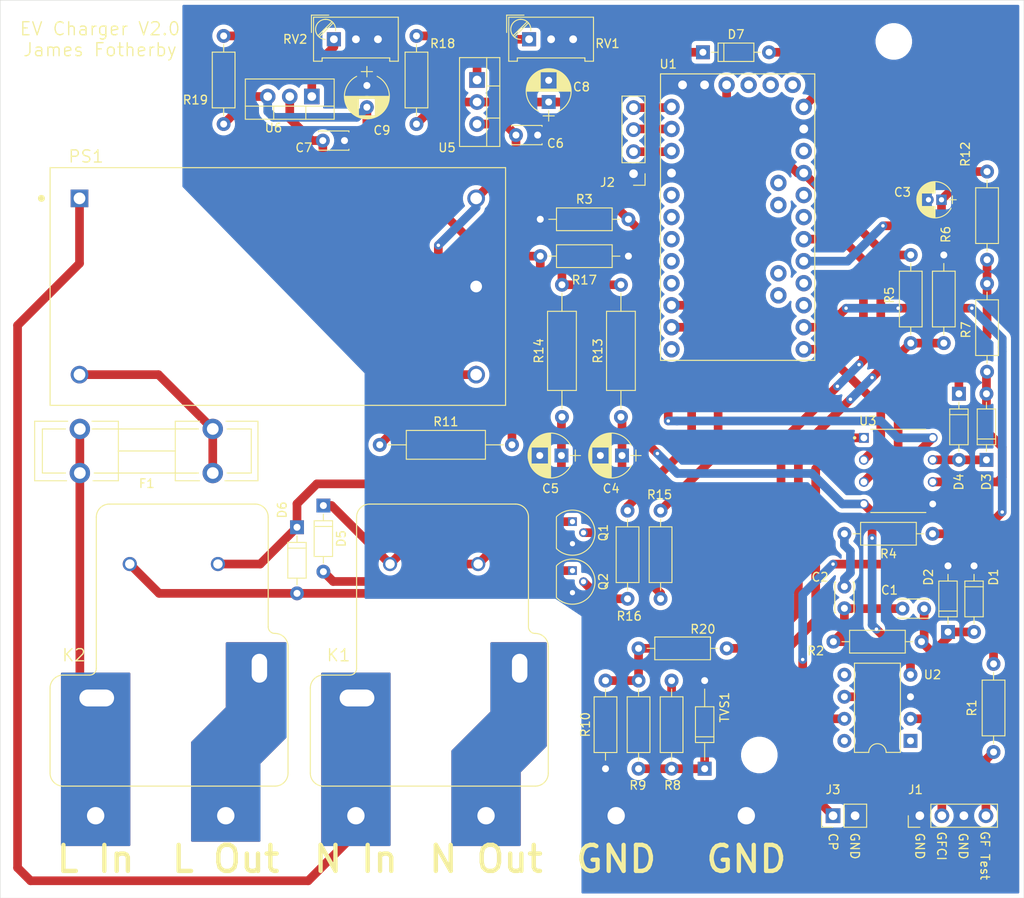
<source format=kicad_pcb>
(kicad_pcb (version 20171130) (host pcbnew "(5.1.10)-1")
  (layers (0 F.Cu signal) (31 B.Cu signal) (34 B.Paste user) (35 F.Paste user) (36 B.SilkS user) (37 F.SilkS user) (38 B.Mask user) (39 F.Mask user) (44 Edge.Cuts user))
  (net 0 "")
  (net 1 "Net-(C1-Pad1)")
  (net 2 "Net-(C1-Pad2)")
  (net 3 "Net-(C2-Pad1)")
  (net 4 Earth)
  (net 5 "Net-(C4-Pad1)")
  (net 6 "Net-(D3-Pad1)")
  (net 7 "Net-(D5-Pad2)")
  (net 8 "Net-(J1-Pad4)")
  (net 9 "Net-(Q1-Pad2)")
  (net 10 "Net-(Q2-Pad2)")
  (net 11 +5V)
  (net 12 "Net-(R5-Pad1)")
  (net 13 "Net-(R8-Pad1)")
  (net 14 +12V)
  (net 15 -12V)
  (net 16 /GFCI)
  (net 17 "Net-(J2-Pad2)")
  (net 18 "Net-(J2-Pad3)")
  (net 19 "Net-(J2-Pad4)")
  (net 20 /GFCI_Test)
  (net 21 "Net-(R18-Pad1)")
  (net 22 /PWM_Read)
  (net 23 /Relay_2_Drive)
  (net 24 /Relay_1_Drive)
  (net 25 /PWM)
  (net 26 "Net-(D3-Pad2)")
  (net 27 "Net-(J3-Pad1)")
  (net 28 /L_In)
  (net 29 /N_In)
  (net 30 /L_Out)
  (net 31 /N_Out)
  (net 32 "Net-(U1-PadJP1_1)")
  (net 33 "Net-(U1-PadJP1_2)")
  (net 34 "Net-(U1-PadJP1_3)")
  (net 35 "Net-(U1-PadJP2_1)")
  (net 36 "Net-(U1-PadJP2_2)")
  (net 37 "Net-(U1-PadJP3_2)")
  (net 38 "Net-(U1-PadJP3_1)")
  (net 39 "Net-(U1-PadJP6_3)")
  (net 40 "Net-(U1-PadJP6_5)")
  (net 41 "Net-(U1-PadJP6_6)")
  (net 42 "Net-(U1-PadJP6_9)")
  (net 43 "Net-(U1-PadJP6_10)")
  (net 44 "Net-(U2-Pad1)")
  (net 45 "Net-(U2-Pad5)")
  (net 46 "Net-(U2-Pad8)")
  (net 47 "Net-(U1-PadJP7_1)")
  (net 48 "Net-(U1-PadJP7_5)")
  (net 49 "Net-(U1-PadJP7_6)")
  (net 50 "Net-(U1-PadJP7_7)")
  (net 51 "Net-(F1-Pad1)")
  (net 52 "Net-(R19-Pad1)")
  (net 53 +15V)
  (net 54 -15V)
  (net 55 "Net-(C5-Pad1)")
  (net 56 "Net-(D6-Pad2)")
  (net 57 "Net-(D4-Pad1)")
  (net 58 "Net-(D7-Pad2)")
  (net 59 "Net-(U1-PadJP7_4)")
  (net 60 "Net-(U1-PadJP7_8)")
  (module Diodes_ThroughHole:D_DO-35_SOD27_P7.62mm_Horizontal (layer F.Cu) (at 203 24)
    (fp_text reference D7 (at 3.81 -2.06) (layer F.SilkS))
    (fp_text value "1N749A 4.3V Zener")
    (pad 1 thru_hole rect (at 0 0) (size 1.6 1.6) (drill 0.8) (layers *.Cu *.Mask) (net 14 +12V))
    (pad 2 thru_hole oval (at 7.62 0) (size 1.6 1.6) (drill 0.8) (layers *.Cu *.Mask) (net 58 "Net-(D7-Pad2)"))
  )
  (module Resistors_ThroughHole:R_Axial_DIN0207_L6.3mm_D2.5mm_P10.16mm_Horizontal (layer F.Cu) (at 235.75 37.75 270)
    (fp_text reference R12 (at -2 2.5 90) (layer F.SilkS))
    (fp_text value 1K)
    (pad 1 thru_hole circle (at 0 0 270) (size 1.6 1.6) (drill 0.8) (layers *.Cu *.Mask) (net 16 /GFCI))
    (pad 2 thru_hole oval (at 10.16 0 270) (size 1.6 1.6) (drill 0.8) (layers *.Cu *.Mask) (net 57 "Net-(D4-Pad1)"))
  )
  (module Resistors_ThroughHole:R_Axial_DIN0309_L9.0mm_D3.2mm_P15.24mm_Horizontal (layer F.Cu) (at 165.75 69.25)
    (fp_text reference R11 (at 7.62 -2.66) (layer F.SilkS))
    (fp_text value 1K)
    (pad 1 thru_hole circle (at 0 0) (size 1.6 1.6) (drill 0.8) (layers *.Cu *.Mask) (net 54 -15V))
    (pad 2 thru_hole oval (at 15.24 0) (size 1.6 1.6) (drill 0.8) (layers *.Cu *.Mask) (net 53 +15V))
  )
  (module T9VV1K15-12S:RELAY_T9VV1K15-12S (layer F.Cu) (at 172.5 95 180)
    (fp_text reference K1 (at 11.5 1.5) (layer F.SilkS) (effects (font (size 1.400906 1.400906))))
    (fp_text value T9VV1K15-12S)
    (pad 3 thru_hole oval (at -9.375 0 180) (size 2.67 5.34) (drill oval 1.78 3.33) (layers *.Cu *.Mask) (net 31 /N_Out))
    (pad 4 thru_hole oval (at 9.375 -3.43 180) (size 5.85 2.925) (drill oval 4 1.95) (layers *.Cu *.Mask) (net 29 /N_In))
    (pad 2 thru_hole circle (at -4.595 12.01 180) (size 1.635 1.635) (drill 1.09) (layers *.Cu *.Mask) (net 7 "Net-(D5-Pad2)"))
    (pad 1 thru_hole circle (at 5.565 12.01 180) (size 1.635 1.635) (drill 1.09) (layers *.Cu *.Mask) (net 5 "Net-(C4-Pad1)"))
  )
  (module Resistors_ThroughHole:R_Axial_DIN0309_L9.0mm_D3.2mm_P15.24mm_Horizontal (layer F.Cu) (at 186.75 66.04 90)
    (fp_text reference R14 (at 7.62 -2.66 90) (layer F.SilkS))
    (fp_text value 68R)
    (pad 1 thru_hole circle (at 0 0 90) (size 1.6 1.6) (drill 0.8) (layers *.Cu *.Mask) (net 55 "Net-(C5-Pad1)"))
    (pad 2 thru_hole oval (at 15.24 0 90) (size 1.6 1.6) (drill 0.8) (layers *.Cu *.Mask) (net 53 +15V))
  )
  (module Resistors_ThroughHole:R_Axial_DIN0309_L9.0mm_D3.2mm_P15.24mm_Horizontal (layer F.Cu) (at 193.548 66.04 90)
    (fp_text reference R13 (at 7.62 -2.66 90) (layer F.SilkS))
    (fp_text value 68R)
    (pad 1 thru_hole circle (at 0 0 90) (size 1.6 1.6) (drill 0.8) (layers *.Cu *.Mask) (net 5 "Net-(C4-Pad1)"))
    (pad 2 thru_hole oval (at 15.24 0 90) (size 1.6 1.6) (drill 0.8) (layers *.Cu *.Mask) (net 53 +15V))
  )
  (module TO_SOT_Packages_THT:TO-92_Molded_Narrow (layer F.Cu) (at 187.96 83.75 270)
    (fp_text reference Q2 (at 1.27 -3.56 90) (layer F.SilkS))
    (fp_text value BC337)
    (pad 2 thru_hole circle (at 1.27 -1.27) (size 1 1) (drill 0.6) (layers *.Cu *.Mask) (net 10 "Net-(Q2-Pad2)"))
    (pad 3 thru_hole circle (at 2.54 0) (size 1 1) (drill 0.6) (layers *.Cu *.Mask) (net 4 Earth))
    (pad 1 thru_hole rect (at 0 0) (size 1 1) (drill 0.6) (layers *.Cu *.Mask) (net 56 "Net-(D6-Pad2)"))
  )
  (module Resistors_ThroughHole:R_Axial_DIN0207_L6.3mm_D2.5mm_P10.16mm_Horizontal (layer F.Cu) (at 184.25 47.5)
    (fp_text reference R17 (at 5.08 2.75) (layer F.SilkS))
    (fp_text value 2.2K)
    (pad 1 thru_hole circle (at 0 0) (size 1.6 1.6) (drill 0.8) (layers *.Cu *.Mask) (net 15 -12V))
    (pad 2 thru_hole oval (at 10.16 0) (size 1.6 1.6) (drill 0.8) (layers *.Cu *.Mask) (net 4 Earth))
  )
  (module Resistors_ThroughHole:R_Axial_DIN0207_L6.3mm_D2.5mm_P10.16mm_Horizontal (layer F.Cu) (at 184.25 43.25)
    (fp_text reference R3 (at 5.08 -2.31) (layer F.SilkS))
    (fp_text value 2.2K)
    (pad 1 thru_hole circle (at 0 0) (size 1.6 1.6) (drill 0.8) (layers *.Cu *.Mask) (net 4 Earth))
    (pad 2 thru_hole oval (at 10.16 0) (size 1.6 1.6) (drill 0.8) (layers *.Cu *.Mask) (net 14 +12V))
  )
  (module Potentiometers:Potentiometer_Trimmer_Bourns_PV36W (layer F.Cu) (at 160.46 22.5)
    (fp_text reference RV2 (at -4.46 0) (layer F.SilkS))
    (fp_text value 5K)
    (pad 1 thru_hole rect (at 0 0 180) (size 1.62 1.62) (drill 0.9) (layers *.Cu *.Mask) (net 52 "Net-(R19-Pad1)"))
    (pad 2 thru_hole circle (at 2.54 0 180) (size 1.62 1.62) (drill 0.9) (layers *.Cu *.Mask) (net 4 Earth))
    (pad 3 thru_hole circle (at 5.08 0 180) (size 1.62 1.62) (drill 0.9) (layers *.Cu *.Mask) (net 4 Earth))
  )
  (module Potentiometers:Potentiometer_Trimmer_Bourns_PV36W (layer F.Cu) (at 182.96 22.5)
    (fp_text reference RV1 (at 9.04 0.5) (layer F.SilkS))
    (fp_text value 5K)
    (pad 1 thru_hole rect (at 0 0 180) (size 1.62 1.62) (drill 0.9) (layers *.Cu *.Mask) (net 21 "Net-(R18-Pad1)"))
    (pad 2 thru_hole circle (at 2.54 0 180) (size 1.62 1.62) (drill 0.9) (layers *.Cu *.Mask) (net 4 Earth))
    (pad 3 thru_hole circle (at 5.08 0 180) (size 1.62 1.62) (drill 0.9) (layers *.Cu *.Mask) (net 4 Earth))
  )
  (module Fuse_Holders_and_Fuses:Fuseholder5x20_horiz_open_lateral_Type-II (layer F.Cu) (at 146.5 72.5 180)
    (fp_text reference F1 (at 7.61 -1.21) (layer F.SilkS))
    (fp_text value Fuse)
    (pad 2 thru_hole circle (at 15.32 0 180) (size 2.35 2.35) (drill 1.35) (layers *.Cu *.Mask) (net 28 /L_In))
    (pad 2 thru_hole circle (at 15.32 5.08 180) (size 2.35 2.35) (drill 1.35) (layers *.Cu *.Mask) (net 28 /L_In))
    (pad 1 thru_hole circle (at 0 0 180) (size 2.35 2.35) (drill 1.35) (layers *.Cu *.Mask) (net 51 "Net-(F1-Pad1)"))
    (pad 1 thru_hole circle (at 0 5.08 180) (size 2.35 2.35) (drill 1.35) (layers *.Cu *.Mask) (net 51 "Net-(F1-Pad1)"))
  )
  (module LM358AP:DIP794W45P254L959H508Q8 (layer F.Cu) (at 225.52 72.255)
    (fp_text reference U3 (at -3.52 -5.755) (layer F.SilkS))
    (fp_text value LM358)
    (pad 8 thru_hole circle (at 3.97 -3.81) (size 1.13 1.13) (drill 0.78) (layers *.Cu *.Mask) (net 14 +12V))
    (pad 7 thru_hole circle (at 3.97 -1.27) (size 1.13 1.13) (drill 0.78) (layers *.Cu *.Mask) (net 6 "Net-(D3-Pad1)"))
    (pad 6 thru_hole circle (at 3.97 1.27) (size 1.13 1.13) (drill 0.78) (layers *.Cu *.Mask) (net 26 "Net-(D3-Pad2)"))
    (pad 5 thru_hole circle (at 3.97 3.81) (size 1.13 1.13) (drill 0.78) (layers *.Cu *.Mask) (net 4 Earth))
    (pad 4 thru_hole circle (at -3.97 3.81) (size 1.13 1.13) (drill 0.78) (layers *.Cu *.Mask) (net 15 -12V))
    (pad 3 thru_hole circle (at -3.97 1.27) (size 1.13 1.13) (drill 0.78) (layers *.Cu *.Mask) (net 12 "Net-(R5-Pad1)"))
    (pad 2 thru_hole circle (at -3.97 -1.27) (size 1.13 1.13) (drill 0.78) (layers *.Cu *.Mask) (net 25 /PWM))
    (pad 1 thru_hole rect (at -3.97 -3.81) (size 1.13 1.13) (drill 0.78) (layers *.Cu *.Mask) (net 13 "Net-(R8-Pad1)"))
  )
  (module Mounting_Holes:MountingHole_3.2mm_M3_ISO7380 (layer F.Cu) (at 137 33)
    (fp_text reference REF** hide)
    (fp_text value MountingHole_3.2mm_M3_ISO7380)
    (pad 1 np_thru_hole circle (at 0 0) (size 3.2 3.2) (drill 3.2) (layers *.Cu *.Mask))
  )
  (module Mounting_Holes:MountingHole_3.2mm_M3_ISO7380 (layer F.Cu) (at 225 22.75)
    (fp_text reference REF** hide)
    (fp_text value MountingHole_3.2mm_M3_ISO7380)
    (pad 1 np_thru_hole circle (at 0 0) (size 3.2 3.2) (drill 3.2) (layers *.Cu *.Mask))
  )
  (module Mounting_Holes:MountingHole_3.2mm_M3_ISO7380 (layer F.Cu) (at 209.5 105)
    (fp_text reference REF** hide)
    (fp_text value MountingHole_3.2mm_M3_ISO7380)
    (pad 1 np_thru_hole circle (at 0 0) (size 3.2 3.2) (drill 3.2) (layers *.Cu *.Mask))
  )
  (module Socket_Strips:Socket_Strip_Straight_1x02_Pitch2.54mm (layer F.Cu) (at 218 112 90)
    (fp_text reference J3 (at 3 0 180) (layer F.SilkS))
    (fp_text value Screw_Terminal_01x02)
    (pad 2 thru_hole oval (at 0 2.54 90) (size 1.7 1.7) (drill 1) (layers *.Cu *.Mask) (net 4 Earth))
    (pad 1 thru_hole rect (at 0 0 90) (size 1.7 1.7) (drill 1) (layers *.Cu *.Mask) (net 27 "Net-(J3-Pad1)"))
  )
  (module Wire_Pads:SolderWirePad_single_2mmDrill (layer F.Cu) (at 208 112)
    (fp_text reference GND (at 0 5) (layer F.SilkS) (effects (font (size 3 3) (thickness 0.5))))
    (fp_text value SolderWirePad_single_2mmDrill)
    (pad 1 thru_hole circle (at 0 0) (size 4.50088 4.50088) (drill 1.99898) (layers *.Cu *.Mask) (net 4 Earth))
  )
  (module Wire_Pads:SolderWirePad_single_2mmDrill (layer F.Cu) (at 193 112)
    (fp_text reference GND (at 0 5) (layer F.SilkS) (effects (font (size 3 3) (thickness 0.5))))
    (fp_text value SolderWirePad_single_2mmDrill)
    (pad 1 thru_hole circle (at 0 0) (size 4.50088 4.50088) (drill 1.99898) (layers *.Cu *.Mask) (net 4 Earth))
  )
  (module Wire_Pads:SolderWirePad_single_2mmDrill (layer F.Cu) (at 178 112)
    (fp_text reference "N Out" (at 0 5) (layer F.SilkS) (effects (font (size 3 3) (thickness 0.5))))
    (fp_text value SolderWirePad_single_2mmDrill)
    (pad 1 thru_hole circle (at 0 0) (size 4.50088 4.50088) (drill 1.99898) (layers *.Cu *.Mask) (net 31 /N_Out))
  )
  (module Wire_Pads:SolderWirePad_single_2mmDrill (layer F.Cu) (at 163 112)
    (fp_text reference "N In" (at 0 5) (layer F.SilkS) (effects (font (size 3 3) (thickness 0.5))))
    (fp_text value SolderWirePad_single_2mmDrill)
    (pad 1 thru_hole circle (at 0 0) (size 4.50088 4.50088) (drill 1.99898) (layers *.Cu *.Mask) (net 29 /N_In))
  )
  (module Wire_Pads:SolderWirePad_single_2mmDrill (layer F.Cu) (at 148 112)
    (fp_text reference "L Out" (at 0 5) (layer F.SilkS) (effects (font (size 3 3) (thickness 0.5))))
    (fp_text value SolderWirePad_single_2mmDrill)
    (pad 1 thru_hole circle (at 0 0) (size 4.50088 4.50088) (drill 1.99898) (layers *.Cu *.Mask) (net 30 /L_Out))
  )
  (module Wire_Pads:SolderWirePad_single_2mmDrill (layer F.Cu) (at 133 112)
    (fp_text reference "L In" (at 0 5) (layer F.SilkS) (effects (font (size 3 3) (thickness 0.5))))
    (fp_text value SolderWirePad_single_2mmDrill)
    (pad 1 thru_hole circle (at 0 0) (size 4.50088 4.50088) (drill 1.99898) (layers *.Cu *.Mask) (net 28 /L_In))
  )
  (module Resistors_ThroughHole:R_Axial_DIN0207_L6.3mm_D2.5mm_P10.16mm_Horizontal (layer F.Cu) (at 195.58 92.71)
    (fp_text reference R20 (at 7.42 -2.21) (layer F.SilkS))
    (fp_text value 22K)
    (pad 1 thru_hole circle (at 0 0) (size 1.6 1.6) (drill 0.8) (layers *.Cu *.Mask) (net 22 /PWM_Read))
    (pad 2 thru_hole oval (at 10.16 0) (size 1.6 1.6) (drill 0.8) (layers *.Cu *.Mask) (net 11 +5V))
  )
  (module Resistors_ThroughHole:R_Axial_DIN0207_L6.3mm_D2.5mm_P10.16mm_Horizontal (layer F.Cu) (at 147.755 22.115 270)
    (fp_text reference R19 (at 7.385 3.255 180) (layer F.SilkS))
    (fp_text value 120R)
    (pad 1 thru_hole circle (at 0 0 270) (size 1.6 1.6) (drill 0.8) (layers *.Cu *.Mask) (net 52 "Net-(R19-Pad1)"))
    (pad 2 thru_hole oval (at 10.16 0 270) (size 1.6 1.6) (drill 0.8) (layers *.Cu *.Mask) (net 15 -12V))
  )
  (module Resistors_ThroughHole:R_Axial_DIN0207_L6.3mm_D2.5mm_P10.16mm_Horizontal (layer F.Cu) (at 169.98 22.115 270)
    (fp_text reference R18 (at 0.885 -3.02 180) (layer F.SilkS))
    (fp_text value 240R)
    (pad 1 thru_hole circle (at 0 0 270) (size 1.6 1.6) (drill 0.8) (layers *.Cu *.Mask) (net 21 "Net-(R18-Pad1)"))
    (pad 2 thru_hole oval (at 10.16 0 270) (size 1.6 1.6) (drill 0.8) (layers *.Cu *.Mask) (net 14 +12V))
  )
  (module Pin_Headers:Pin_Header_Straight_1x04_Pitch2.54mm (layer F.Cu) (at 195 38 180)
    (fp_text reference J2 (at 3 -1) (layer F.SilkS))
    (fp_text value Conn_01x04)
    (pad 1 thru_hole rect (at 0 0 180) (size 1.7 1.7) (drill 1) (layers *.Cu *.Mask) (net 4 Earth))
    (pad 2 thru_hole oval (at 0 2.54 180) (size 1.7 1.7) (drill 1) (layers *.Cu *.Mask) (net 17 "Net-(J2-Pad2)"))
    (pad 3 thru_hole oval (at 0 5.08 180) (size 1.7 1.7) (drill 1) (layers *.Cu *.Mask) (net 18 "Net-(J2-Pad3)"))
    (pad 4 thru_hole oval (at 0 7.62 180) (size 1.7 1.7) (drill 1) (layers *.Cu *.Mask) (net 19 "Net-(J2-Pad4)"))
  )
  (module Capacitors_ThroughHole:CP_Radial_D5.0mm_P2.50mm (layer F.Cu) (at 164.265 27.83 270)
    (fp_text reference C9 (at 5.17 -1.735 180) (layer F.SilkS))
    (fp_text value 10uF)
    (pad 1 thru_hole rect (at 0 0 270) (size 1.6 1.6) (drill 0.8) (layers *.Cu *.Mask) (net 4 Earth))
    (pad 2 thru_hole circle (at 2.5 0 270) (size 1.6 1.6) (drill 0.8) (layers *.Cu *.Mask) (net 15 -12V))
  )
  (module Capacitors_ThroughHole:CP_Radial_D5.0mm_P2.50mm (layer F.Cu) (at 185.22 29.735 90)
    (fp_text reference C8 (at 1.735 3.78 180) (layer F.SilkS))
    (fp_text value 10uF)
    (pad 1 thru_hole rect (at 0 0 90) (size 1.6 1.6) (drill 0.8) (layers *.Cu *.Mask) (net 14 +12V))
    (pad 2 thru_hole circle (at 2.5 0 90) (size 1.6 1.6) (drill 0.8) (layers *.Cu *.Mask) (net 4 Earth))
  )
  (module Capacitors_ThroughHole:C_Disc_D3.4mm_W2.1mm_P2.50mm (layer F.Cu) (at 159.185 34.18)
    (fp_text reference C7 (at -2.185 0.82) (layer F.SilkS))
    (fp_text value 100nf)
    (pad 1 thru_hole circle (at 0 0) (size 1.6 1.6) (drill 0.8) (layers *.Cu *.Mask) (net 54 -15V))
    (pad 2 thru_hole circle (at 2.5 0) (size 1.6 1.6) (drill 0.8) (layers *.Cu *.Mask) (net 4 Earth))
  )
  (module Capacitors_ThroughHole:C_Disc_D3.4mm_W2.1mm_P2.50mm (layer F.Cu) (at 183.95 33.545 180)
    (fp_text reference C6 (at -2.05 -0.955) (layer F.SilkS))
    (fp_text value 100nF)
    (pad 1 thru_hole circle (at 0 0 180) (size 1.6 1.6) (drill 0.8) (layers *.Cu *.Mask) (net 4 Earth))
    (pad 2 thru_hole circle (at 2.5 0 180) (size 1.6 1.6) (drill 0.8) (layers *.Cu *.Mask) (net 53 +15V))
  )
  (module TO_SOT_Packages_THT:TO-220-3_Vertical (layer F.Cu) (at 157.915 29.1 180)
    (fp_text reference U6 (at 4.415 -3.62) (layer F.SilkS))
    (fp_text value LM337_TO220)
    (pad 1 thru_hole rect (at 0 0 180) (size 1.8 1.8) (drill 1) (layers *.Cu *.Mask) (net 52 "Net-(R19-Pad1)"))
    (pad 2 thru_hole oval (at 2.54 0 180) (size 1.8 1.8) (drill 1) (layers *.Cu *.Mask) (net 54 -15V))
    (pad 3 thru_hole oval (at 5.08 0 180) (size 1.8 1.8) (drill 1) (layers *.Cu *.Mask) (net 15 -12V))
  )
  (module TO_SOT_Packages_THT:TO-220-3_Vertical (layer F.Cu) (at 176.965 27.195 270)
    (fp_text reference U5 (at 7.805 3.465 180) (layer F.SilkS))
    (fp_text value LM317_TO-220)
    (pad 1 thru_hole rect (at 0 0 270) (size 1.8 1.8) (drill 1) (layers *.Cu *.Mask) (net 21 "Net-(R18-Pad1)"))
    (pad 2 thru_hole oval (at 2.54 0 270) (size 1.8 1.8) (drill 1) (layers *.Cu *.Mask) (net 14 +12V))
    (pad 3 thru_hole oval (at 5.08 0 270) (size 1.8 1.8) (drill 1) (layers *.Cu *.Mask) (net 53 +15V))
  )
  (module Diodes_ThroughHole:D_DO-35_SOD27_P10.16mm_Horizontal (layer F.Cu) (at 203.2 106.585 90)
    (fp_text reference TVS1 (at 7.085 2.3 90) (layer F.SilkS))
    (fp_text value P6KE16CA)
    (pad 1 thru_hole rect (at 0 0 90) (size 1.6 1.6) (drill 0.8) (layers *.Cu *.Mask) (net 27 "Net-(J3-Pad1)"))
    (pad 2 thru_hole oval (at 10.16 0 90) (size 1.6 1.6) (drill 0.8) (layers *.Cu *.Mask) (net 4 Earth))
  )
  (module Resistors_ThroughHole:R_Axial_DIN0207_L6.3mm_D2.5mm_P10.16mm_Horizontal (layer F.Cu) (at 194.31 86.995 90)
    (fp_text reference R16 (at -2.005 0.19 180) (layer F.SilkS))
    (fp_text value 470R)
    (pad 1 thru_hole circle (at 0 0 90) (size 1.6 1.6) (drill 0.8) (layers *.Cu *.Mask) (net 10 "Net-(Q2-Pad2)"))
    (pad 2 thru_hole oval (at 10.16 0 90) (size 1.6 1.6) (drill 0.8) (layers *.Cu *.Mask) (net 23 /Relay_2_Drive))
  )
  (module Resistors_ThroughHole:R_Axial_DIN0207_L6.3mm_D2.5mm_P10.16mm_Horizontal (layer F.Cu) (at 198.12 86.995 90)
    (fp_text reference R15 (at 11.995 -0.12 180) (layer F.SilkS))
    (fp_text value 470R)
    (pad 1 thru_hole circle (at 0 0 90) (size 1.6 1.6) (drill 0.8) (layers *.Cu *.Mask) (net 9 "Net-(Q1-Pad2)"))
    (pad 2 thru_hole oval (at 10.16 0 90) (size 1.6 1.6) (drill 0.8) (layers *.Cu *.Mask) (net 24 /Relay_1_Drive))
  )
  (module Resistors_ThroughHole:R_Axial_DIN0207_L6.3mm_D2.5mm_P10.16mm_Horizontal (layer F.Cu) (at 191.77 106.585 90)
    (fp_text reference R10 (at 5.08 -2.31 90) (layer F.SilkS))
    (fp_text value 47K)
    (pad 1 thru_hole circle (at 0 0 90) (size 1.6 1.6) (drill 0.8) (layers *.Cu *.Mask) (net 4 Earth))
    (pad 2 thru_hole oval (at 10.16 0 90) (size 1.6 1.6) (drill 0.8) (layers *.Cu *.Mask) (net 22 /PWM_Read))
  )
  (module Resistors_ThroughHole:R_Axial_DIN0207_L6.3mm_D2.5mm_P10.16mm_Horizontal (layer F.Cu) (at 195.58 96.425 270)
    (fp_text reference R9 (at 12.075 0.08 180) (layer F.SilkS))
    (fp_text value 100K)
    (pad 1 thru_hole circle (at 0 0 270) (size 1.6 1.6) (drill 0.8) (layers *.Cu *.Mask) (net 22 /PWM_Read))
    (pad 2 thru_hole oval (at 10.16 0 270) (size 1.6 1.6) (drill 0.8) (layers *.Cu *.Mask) (net 27 "Net-(J3-Pad1)"))
  )
  (module Resistors_ThroughHole:R_Axial_DIN0207_L6.3mm_D2.5mm_P10.16mm_Horizontal (layer F.Cu) (at 199.39 96.425 270)
    (fp_text reference R8 (at 12.075 -0.11 180) (layer F.SilkS))
    (fp_text value 1K)
    (pad 1 thru_hole circle (at 0 0 270) (size 1.6 1.6) (drill 0.8) (layers *.Cu *.Mask) (net 13 "Net-(R8-Pad1)"))
    (pad 2 thru_hole oval (at 10.16 0 270) (size 1.6 1.6) (drill 0.8) (layers *.Cu *.Mask) (net 27 "Net-(J3-Pad1)"))
  )
  (module Resistors_ThroughHole:R_Axial_DIN0207_L6.3mm_D2.5mm_P10.16mm_Horizontal (layer F.Cu) (at 235.75 50.665 270)
    (fp_text reference R7 (at 5.335 2.43 90) (layer F.SilkS))
    (fp_text value 100K)
    (pad 1 thru_hole circle (at 0 0 270) (size 1.6 1.6) (drill 0.8) (layers *.Cu *.Mask) (net 57 "Net-(D4-Pad1)"))
    (pad 2 thru_hole oval (at 10.16 0 270) (size 1.6 1.6) (drill 0.8) (layers *.Cu *.Mask) (net 26 "Net-(D3-Pad2)"))
  )
  (module Resistors_ThroughHole:R_Axial_DIN0207_L6.3mm_D2.5mm_P10.16mm_Horizontal (layer F.Cu) (at 230.765 47.365 270)
    (fp_text reference R6 (at -2.365 -0.235 90) (layer F.SilkS))
    (fp_text value 10K)
    (pad 1 thru_hole circle (at 0 0 270) (size 1.6 1.6) (drill 0.8) (layers *.Cu *.Mask) (net 4 Earth))
    (pad 2 thru_hole oval (at 10.16 0 270) (size 1.6 1.6) (drill 0.8) (layers *.Cu *.Mask) (net 12 "Net-(R5-Pad1)"))
  )
  (module Resistors_ThroughHole:R_Axial_DIN0207_L6.3mm_D2.5mm_P10.16mm_Horizontal (layer F.Cu) (at 226.955 57.525 90)
    (fp_text reference R5 (at 5.525 -2.455 90) (layer F.SilkS))
    (fp_text value 10K)
    (pad 1 thru_hole circle (at 0 0 90) (size 1.6 1.6) (drill 0.8) (layers *.Cu *.Mask) (net 12 "Net-(R5-Pad1)"))
    (pad 2 thru_hole oval (at 10.16 0 90) (size 1.6 1.6) (drill 0.8) (layers *.Cu *.Mask) (net 11 +5V))
  )
  (module Resistors_ThroughHole:R_Axial_DIN0207_L6.3mm_D2.5mm_P10.16mm_Horizontal (layer F.Cu) (at 229.465 79.5 180)
    (fp_text reference R4 (at 5.08 -2.31) (layer F.SilkS))
    (fp_text value 47K)
    (pad 1 thru_hole circle (at 0 0 180) (size 1.6 1.6) (drill 0.8) (layers *.Cu *.Mask) (net 26 "Net-(D3-Pad2)"))
    (pad 2 thru_hole oval (at 10.16 0 180) (size 1.6 1.6) (drill 0.8) (layers *.Cu *.Mask) (net 3 "Net-(C2-Pad1)"))
  )
  (module Resistors_ThroughHole:R_Axial_DIN0207_L6.3mm_D2.5mm_P10.16mm_Horizontal (layer F.Cu) (at 218.035 91.94)
    (fp_text reference R2 (at -2.035 1.06) (layer F.SilkS))
    (fp_text value 100K)
    (pad 1 thru_hole circle (at 0 0) (size 1.6 1.6) (drill 0.8) (layers *.Cu *.Mask) (net 1 "Net-(C1-Pad1)"))
    (pad 2 thru_hole oval (at 10.16 0) (size 1.6 1.6) (drill 0.8) (layers *.Cu *.Mask) (net 2 "Net-(C1-Pad2)"))
  )
  (module Resistors_ThroughHole:R_Axial_DIN0207_L6.3mm_D2.5mm_P10.16mm_Horizontal (layer F.Cu) (at 236.5 94.5 270)
    (fp_text reference R1 (at 5.08 2.5 90) (layer F.SilkS))
    (fp_text value 1K)
    (pad 1 thru_hole circle (at 0 0 270) (size 1.6 1.6) (drill 0.8) (layers *.Cu *.Mask) (net 20 /GFCI_Test))
    (pad 2 thru_hole oval (at 10.16 0 270) (size 1.6 1.6) (drill 0.8) (layers *.Cu *.Mask) (net 8 "Net-(J1-Pad4)"))
  )
  (module ARDUINO_PRO_MINI:MODULE_ARDUINO_PRO_MINI (layer F.Cu) (at 207 43)
    (fp_text reference U1 (at -8 -17.635) (layer F.SilkS))
    (fp_text value ARDUINO_PRO_MINI)
    (pad JP1_1 thru_hole circle (at 6.35 -15.24) (size 1.8796 1.8796) (drill 1.016) (layers *.Cu *.Mask) (net 32 "Net-(U1-PadJP1_1)"))
    (pad JP1_2 thru_hole circle (at 3.81 -15.24) (size 1.8796 1.8796) (drill 1.016) (layers *.Cu *.Mask) (net 33 "Net-(U1-PadJP1_2)"))
    (pad JP1_3 thru_hole circle (at 1.27 -15.24) (size 1.8796 1.8796) (drill 1.016) (layers *.Cu *.Mask) (net 34 "Net-(U1-PadJP1_3)"))
    (pad JP1_4 thru_hole circle (at -1.27 -15.24) (size 1.8796 1.8796) (drill 1.016) (layers *.Cu *.Mask) (net 11 +5V))
    (pad JP1_5 thru_hole circle (at -3.81 -15.24) (size 1.8796 1.8796) (drill 1.016) (layers *.Cu *.Mask) (net 4 Earth))
    (pad JP1_6 thru_hole circle (at -6.35 -15.24) (size 1.8796 1.8796) (drill 1.016) (layers *.Cu *.Mask) (net 4 Earth))
    (pad JP2_1 thru_hole circle (at 4.699 -1.397) (size 1.8796 1.8796) (drill 1.016) (layers *.Cu *.Mask) (net 35 "Net-(U1-PadJP2_1)"))
    (pad JP2_2 thru_hole circle (at 4.699 -3.937) (size 1.8796 1.8796) (drill 1.016) (layers *.Cu *.Mask) (net 36 "Net-(U1-PadJP2_2)"))
    (pad JP3_2 thru_hole circle (at 4.699 6.477) (size 1.8796 1.8796) (drill 1.016) (layers *.Cu *.Mask) (net 37 "Net-(U1-PadJP3_2)"))
    (pad JP3_1 thru_hole circle (at 4.699 9.017) (size 1.8796 1.8796) (drill 1.016) (layers *.Cu *.Mask) (net 38 "Net-(U1-PadJP3_1)"))
    (pad JP6_1 thru_hole circle (at 7.62 -12.7) (size 1.8796 1.8796) (drill 1.016) (layers *.Cu *.Mask) (net 58 "Net-(D7-Pad2)"))
    (pad JP6_2 thru_hole circle (at 7.62 -10.16) (size 1.8796 1.8796) (drill 1.016) (layers *.Cu *.Mask) (net 4 Earth))
    (pad JP6_3 thru_hole circle (at 7.62 -7.62) (size 1.8796 1.8796) (drill 1.016) (layers *.Cu *.Mask) (net 39 "Net-(U1-PadJP6_3)"))
    (pad JP6_4 thru_hole circle (at 7.62 -5.08) (size 1.8796 1.8796) (drill 1.016) (layers *.Cu *.Mask) (net 11 +5V))
    (pad JP6_5 thru_hole circle (at 7.62 -2.54) (size 1.8796 1.8796) (drill 1.016) (layers *.Cu *.Mask) (net 40 "Net-(U1-PadJP6_5)"))
    (pad JP6_6 thru_hole circle (at 7.62 0) (size 1.8796 1.8796) (drill 1.016) (layers *.Cu *.Mask) (net 41 "Net-(U1-PadJP6_6)"))
    (pad JP6_7 thru_hole circle (at 7.62 2.54) (size 1.8796 1.8796) (drill 1.016) (layers *.Cu *.Mask) (net 22 /PWM_Read))
    (pad JP6_8 thru_hole circle (at 7.62 5.08) (size 1.8796 1.8796) (drill 1.016) (layers *.Cu *.Mask) (net 16 /GFCI))
    (pad JP6_9 thru_hole circle (at 7.62 7.62) (size 1.8796 1.8796) (drill 1.016) (layers *.Cu *.Mask) (net 42 "Net-(U1-PadJP6_9)"))
    (pad JP6_10 thru_hole circle (at 7.62 10.16) (size 1.8796 1.8796) (drill 1.016) (layers *.Cu *.Mask) (net 43 "Net-(U1-PadJP6_10)"))
    (pad JP6_11 thru_hole circle (at 7.62 12.7) (size 1.8796 1.8796) (drill 1.016) (layers *.Cu *.Mask) (net 20 /GFCI_Test))
    (pad JP6_12 thru_hole circle (at 7.62 15.24) (size 1.8796 1.8796) (drill 1.016) (layers *.Cu *.Mask) (net 25 /PWM))
    (pad JP7_1 thru_hole circle (at -7.62 15.24) (size 1.8796 1.8796) (drill 1.016) (layers *.Cu *.Mask) (net 47 "Net-(U1-PadJP7_1)"))
    (pad JP7_2 thru_hole circle (at -7.62 12.7) (size 1.8796 1.8796) (drill 1.016) (layers *.Cu *.Mask) (net 23 /Relay_2_Drive))
    (pad JP7_3 thru_hole circle (at -7.62 10.16) (size 1.8796 1.8796) (drill 1.016) (layers *.Cu *.Mask) (net 24 /Relay_1_Drive))
    (pad JP7_4 thru_hole circle (at -7.62 7.62) (size 1.8796 1.8796) (drill 1.016) (layers *.Cu *.Mask) (net 59 "Net-(U1-PadJP7_4)"))
    (pad JP7_5 thru_hole circle (at -7.62 5.08) (size 1.8796 1.8796) (drill 1.016) (layers *.Cu *.Mask) (net 48 "Net-(U1-PadJP7_5)"))
    (pad JP7_6 thru_hole circle (at -7.62 2.54) (size 1.8796 1.8796) (drill 1.016) (layers *.Cu *.Mask) (net 49 "Net-(U1-PadJP7_6)"))
    (pad JP7_7 thru_hole circle (at -7.62 0) (size 1.8796 1.8796) (drill 1.016) (layers *.Cu *.Mask) (net 50 "Net-(U1-PadJP7_7)"))
    (pad JP7_8 thru_hole circle (at -7.62 -2.54) (size 1.8796 1.8796) (drill 1.016) (layers *.Cu *.Mask) (net 60 "Net-(U1-PadJP7_8)"))
    (pad JP7_9 thru_hole circle (at -7.62 -5.08) (size 1.8796 1.8796) (drill 1.016) (layers *.Cu *.Mask) (net 4 Earth))
    (pad JP7_10 thru_hole circle (at -7.62 -7.62) (size 1.8796 1.8796) (drill 1.016) (layers *.Cu *.Mask) (net 17 "Net-(J2-Pad2)"))
    (pad JP7_11 thru_hole circle (at -7.62 -10.16) (size 1.8796 1.8796) (drill 1.016) (layers *.Cu *.Mask) (net 18 "Net-(J2-Pad3)"))
    (pad JP7_12 thru_hole circle (at -7.62 -12.7) (size 1.8796 1.8796) (drill 1.016) (layers *.Cu *.Mask) (net 19 "Net-(J2-Pad4)"))
  )
  (module RAC10-15DK_277:CONV_RAC10-15DK_277 (layer F.Cu) (at 154 51)
    (fp_text reference PS1 (at -22.105 -14.989) (layer F.SilkS) (effects (font (size 1.4 1.4))))
    (fp_text value RAC10-15DK_277)
    (pad 3 thru_hole circle (at 22.86 10.16) (size 2.03 2.03) (drill 1.35) (layers *.Cu *.Mask) (net 54 -15V))
    (pad 5 thru_hole circle (at 22.86 -10.16) (size 2.03 2.03) (drill 1.35) (layers *.Cu *.Mask) (net 53 +15V))
    (pad 4 thru_hole circle (at 22.86 0) (size 2.03 2.03) (drill 1.35) (layers *.Cu *.Mask) (net 4 Earth))
    (pad 2 thru_hole circle (at -22.86 10.16) (size 2.03 2.03) (drill 1.35) (layers *.Cu *.Mask) (net 51 "Net-(F1-Pad1)"))
    (pad 1 thru_hole rect (at -22.86 -10.16) (size 2.03 2.03) (drill 1.35) (layers *.Cu *.Mask) (net 29 /N_In))
  )
  (module T9VV1K15-12S:RELAY_T9VV1K15-12S (layer F.Cu) (at 142.5 95 180)
    (fp_text reference K2 (at 12 1.5) (layer F.SilkS) (effects (font (size 1.400906 1.400906))))
    (fp_text value T9VV1K15-12S)
    (pad 3 thru_hole oval (at -9.375 0 180) (size 2.67 5.34) (drill oval 1.78 3.33) (layers *.Cu *.Mask) (net 30 /L_Out))
    (pad 4 thru_hole oval (at 9.375 -3.43 180) (size 5.85 2.925) (drill oval 4 1.95) (layers *.Cu *.Mask) (net 28 /L_In))
    (pad 2 thru_hole circle (at -4.595 12.01 180) (size 1.635 1.635) (drill 1.09) (layers *.Cu *.Mask) (net 55 "Net-(C5-Pad1)"))
    (pad 1 thru_hole circle (at 5.565 12.01 180) (size 1.635 1.635) (drill 1.09) (layers *.Cu *.Mask) (net 56 "Net-(D6-Pad2)"))
  )
  (module Housings_DIP:DIP-8_W7.62mm (layer F.Cu) (at 226.925 103.37 180)
    (fp_text reference U2 (at -2.54 7.62) (layer F.SilkS))
    (fp_text value OP07)
    (pad 1 thru_hole rect (at 0 0 180) (size 1.6 1.6) (drill 0.8) (layers *.Cu *.Mask) (net 44 "Net-(U2-Pad1)"))
    (pad 5 thru_hole oval (at 7.62 7.62 180) (size 1.6 1.6) (drill 0.8) (layers *.Cu *.Mask) (net 45 "Net-(U2-Pad5)"))
    (pad 2 thru_hole oval (at 0 2.54 180) (size 1.6 1.6) (drill 0.8) (layers *.Cu *.Mask) (net 2 "Net-(C1-Pad2)"))
    (pad 6 thru_hole oval (at 7.62 5.08 180) (size 1.6 1.6) (drill 0.8) (layers *.Cu *.Mask) (net 1 "Net-(C1-Pad1)"))
    (pad 3 thru_hole oval (at 0 5.08 180) (size 1.6 1.6) (drill 0.8) (layers *.Cu *.Mask) (net 4 Earth))
    (pad 7 thru_hole oval (at 7.62 2.54 180) (size 1.6 1.6) (drill 0.8) (layers *.Cu *.Mask) (net 14 +12V))
    (pad 4 thru_hole oval (at 0 7.62 180) (size 1.6 1.6) (drill 0.8) (layers *.Cu *.Mask) (net 15 -12V))
    (pad 8 thru_hole oval (at 7.62 0 180) (size 1.6 1.6) (drill 0.8) (layers *.Cu *.Mask) (net 46 "Net-(U2-Pad8)"))
  )
  (module TO_SOT_Packages_THT:TO-92_Molded_Narrow (layer F.Cu) (at 187.96 78.105 270)
    (fp_text reference Q1 (at 1.27 -3.56 90) (layer F.SilkS))
    (fp_text value BC337)
    (pad 2 thru_hole circle (at 1.27 -1.27) (size 1 1) (drill 0.6) (layers *.Cu *.Mask) (net 9 "Net-(Q1-Pad2)"))
    (pad 3 thru_hole circle (at 2.54 0) (size 1 1) (drill 0.6) (layers *.Cu *.Mask) (net 4 Earth))
    (pad 1 thru_hole rect (at 0 0) (size 1 1) (drill 0.6) (layers *.Cu *.Mask) (net 7 "Net-(D5-Pad2)"))
  )
  (module Pin_Headers:Pin_Header_Straight_1x04_Pitch2.54mm (layer F.Cu) (at 228 112 90)
    (fp_text reference J1 (at 3 -0.5 180) (layer F.SilkS))
    (fp_text value Conn_01x04)
    (pad 1 thru_hole rect (at 0 0 90) (size 1.7 1.7) (drill 1) (layers *.Cu *.Mask) (net 4 Earth))
    (pad 2 thru_hole oval (at 0 2.54 90) (size 1.7 1.7) (drill 1) (layers *.Cu *.Mask) (net 2 "Net-(C1-Pad2)"))
    (pad 3 thru_hole oval (at 0 5.08 90) (size 1.7 1.7) (drill 1) (layers *.Cu *.Mask) (net 4 Earth))
    (pad 4 thru_hole oval (at 0 7.62 90) (size 1.7 1.7) (drill 1) (layers *.Cu *.Mask) (net 8 "Net-(J1-Pad4)"))
  )
  (module Diodes_ThroughHole:D_DO-35_SOD27_P7.62mm_Horizontal (layer F.Cu) (at 156.21 78.75 270)
    (fp_text reference D6 (at -2 1.71 90) (layer F.SilkS))
    (fp_text value 1N4148)
    (pad 1 thru_hole rect (at 0 0 270) (size 1.6 1.6) (drill 0.8) (layers *.Cu *.Mask) (net 55 "Net-(C5-Pad1)"))
    (pad 2 thru_hole oval (at 7.62 0 270) (size 1.6 1.6) (drill 0.8) (layers *.Cu *.Mask) (net 56 "Net-(D6-Pad2)"))
  )
  (module Diodes_ThroughHole:D_DO-35_SOD27_P7.62mm_Horizontal (layer F.Cu) (at 159.25 76.25 270)
    (fp_text reference D5 (at 3.81 -2.06 90) (layer F.SilkS))
    (fp_text value 1N4148)
    (pad 1 thru_hole rect (at 0 0 270) (size 1.6 1.6) (drill 0.8) (layers *.Cu *.Mask) (net 5 "Net-(C4-Pad1)"))
    (pad 2 thru_hole oval (at 7.62 0 270) (size 1.6 1.6) (drill 0.8) (layers *.Cu *.Mask) (net 7 "Net-(D5-Pad2)"))
  )
  (module Diodes_ThroughHole:D_DO-35_SOD27_P7.62mm_Horizontal (layer F.Cu) (at 232.505 63.365 270)
    (fp_text reference D4 (at 10.16 0 90) (layer F.SilkS))
    (fp_text value "1N749A 4.3V Zener")
    (pad 1 thru_hole rect (at 0 0 270) (size 1.6 1.6) (drill 0.8) (layers *.Cu *.Mask) (net 57 "Net-(D4-Pad1)"))
    (pad 2 thru_hole oval (at 7.62 0 270) (size 1.6 1.6) (drill 0.8) (layers *.Cu *.Mask) (net 6 "Net-(D3-Pad1)"))
  )
  (module Diodes_ThroughHole:D_DO-35_SOD27_P7.62mm_Horizontal (layer F.Cu) (at 235.68 70.985 90)
    (fp_text reference D3 (at -2.54 0 90) (layer F.SilkS))
    (fp_text value "1N749A 4.3V Zener")
    (pad 1 thru_hole rect (at 0 0 90) (size 1.6 1.6) (drill 0.8) (layers *.Cu *.Mask) (net 6 "Net-(D3-Pad1)"))
    (pad 2 thru_hole oval (at 7.62 0 90) (size 1.6 1.6) (drill 0.8) (layers *.Cu *.Mask) (net 26 "Net-(D3-Pad2)"))
  )
  (module Diodes_ThroughHole:D_DO-35_SOD27_P7.62mm_Horizontal (layer F.Cu) (at 231.25 90.82 90)
    (fp_text reference D2 (at 6.32 -2.25 90) (layer F.SilkS))
    (fp_text value 1N4148)
    (pad 1 thru_hole rect (at 0 0 90) (size 1.6 1.6) (drill 0.8) (layers *.Cu *.Mask) (net 2 "Net-(C1-Pad2)"))
    (pad 2 thru_hole oval (at 7.62 0 90) (size 1.6 1.6) (drill 0.8) (layers *.Cu *.Mask) (net 4 Earth))
  )
  (module Diodes_ThroughHole:D_DO-35_SOD27_P7.62mm_Horizontal (layer F.Cu) (at 234.25 83.2 270)
    (fp_text reference D1 (at 1.3 -2.25 90) (layer F.SilkS))
    (fp_text value 1N4148)
    (pad 1 thru_hole rect (at 0 0 270) (size 1.6 1.6) (drill 0.8) (layers *.Cu *.Mask) (net 4 Earth))
    (pad 2 thru_hole oval (at 7.62 0 270) (size 1.6 1.6) (drill 0.8) (layers *.Cu *.Mask) (net 2 "Net-(C1-Pad2)"))
  )
  (module Capacitors_ThroughHole:CP_Radial_D5.0mm_P2.50mm (layer F.Cu) (at 186.69 70.485 180)
    (fp_text reference C5 (at 1.25 -3.81) (layer F.SilkS))
    (fp_text value 100uF)
    (pad 1 thru_hole rect (at 0 0 180) (size 1.6 1.6) (drill 0.8) (layers *.Cu *.Mask) (net 55 "Net-(C5-Pad1)"))
    (pad 2 thru_hole circle (at 2.5 0 180) (size 1.6 1.6) (drill 0.8) (layers *.Cu *.Mask) (net 4 Earth))
  )
  (module Capacitors_ThroughHole:CP_Radial_D5.0mm_P2.50mm (layer F.Cu) (at 193.675 70.485 180)
    (fp_text reference C4 (at 1.25 -3.81) (layer F.SilkS))
    (fp_text value 100uF)
    (pad 1 thru_hole rect (at 0 0 180) (size 1.6 1.6) (drill 0.8) (layers *.Cu *.Mask) (net 5 "Net-(C4-Pad1)"))
    (pad 2 thru_hole circle (at 2.5 0 180) (size 1.6 1.6) (drill 0.8) (layers *.Cu *.Mask) (net 4 Earth))
  )
  (module Capacitors_ThroughHole:CP_Radial_D4.0mm_P1.50mm (layer F.Cu) (at 230.5 41 180)
    (fp_text reference C3 (at 4.5 0.865) (layer F.SilkS))
    (fp_text value 2.2uF)
    (pad 1 thru_hole rect (at 0 0 180) (size 1.2 1.2) (drill 0.6) (layers *.Cu *.Mask) (net 16 /GFCI))
    (pad 2 thru_hole circle (at 1.5 0 180) (size 1.2 1.2) (drill 0.6) (layers *.Cu *.Mask) (net 4 Earth))
  )
  (module Capacitors_ThroughHole:C_Disc_D3.4mm_W2.1mm_P2.50mm (layer F.Cu) (at 219.305 85.59 270)
    (fp_text reference C2 (at -1.09 2.805 180) (layer F.SilkS))
    (fp_text value 220nF)
    (pad 1 thru_hole circle (at 0 0 270) (size 1.6 1.6) (drill 0.8) (layers *.Cu *.Mask) (net 3 "Net-(C2-Pad1)"))
    (pad 2 thru_hole circle (at 2.5 0 270) (size 1.6 1.6) (drill 0.8) (layers *.Cu *.Mask) (net 1 "Net-(C1-Pad1)"))
  )
  (module Capacitors_ThroughHole:C_Disc_D3.4mm_W2.1mm_P2.50mm (layer F.Cu) (at 226 88.13)
    (fp_text reference C1 (at -1.5 -2.13) (layer F.SilkS))
    (fp_text value 1nF)
    (pad 1 thru_hole circle (at 0 0) (size 1.6 1.6) (drill 0.8) (layers *.Cu *.Mask) (net 1 "Net-(C1-Pad1)"))
    (pad 2 thru_hole circle (at 2.5 0) (size 1.6 1.6) (drill 0.8) (layers *.Cu *.Mask) (net 2 "Net-(C1-Pad2)"))
  )
  (gr_text "EV Charger V2.0\nJames Fotherby" (at 133.5 22.5) (layer F.SilkS) (effects (font (size 1.5 1.5))))
  (gr_text "GF Test" (at 235.5 119.5 -90) (layer F.SilkS) (effects (font (size 1 1)) (justify right)))
  (gr_text GFCI (at 230.5 115.5 -90) (layer F.SilkS) (effects (font (size 1 1))))
  (gr_text GND (at 233 115.5 270) (layer F.SilkS) (effects (font (size 1 1))))
  (gr_text GND (at 228 115.5 270) (layer F.SilkS) (effects (font (size 1 1))))
  (gr_text GND (at 220.5 115.5 270) (layer F.SilkS) (effects (font (size 1 1))))
  (gr_text CP (at 218 115 270) (layer F.SilkS) (effects (font (size 1 1))))
  (gr_line (start 122 121.5) (end 122 18) (layer Edge.Cuts) (width 0.05))
  (gr_line (start 240 121.5) (end 122 121.5) (layer Edge.Cuts) (width 0.05))
  (gr_line (start 240 18) (end 240 121.5) (layer Edge.Cuts) (width 0.05))
  (gr_line (start 122 18) (end 240 18) (layer Edge.Cuts) (width 0.05))
  (segment (start 218.035 91.94) (end 219.94 91.94) (width 1) (layer F.Cu) (net 1))
  (segment (start 219.94 91.94) (end 222.48 94.48) (width 1) (layer F.Cu) (net 1))
  (segment (start 222.48 94.48) (end 222.48 97.02) (width 1) (layer F.Cu) (net 1))
  (segment (start 221.21 98.29) (end 222.48 97.02) (width 1) (layer F.Cu) (net 1))
  (segment (start 219.305 98.29) (end 221.21 98.29) (width 1) (layer F.Cu) (net 1))
  (segment (start 219.345 88.13) (end 219.305 88.09) (width 1) (layer F.Cu) (net 1))
  (segment (start 226 88.13) (end 219.345 88.13) (width 1) (layer F.Cu) (net 1))
  (segment (start 219.305 90.67) (end 218.035 91.94) (width 1) (layer F.Cu) (net 1))
  (segment (start 219.305 88.09) (end 219.305 90.67) (width 1) (layer F.Cu) (net 1))
  (segment (start 230.54 109.54) (end 230.54 112) (width 1) (layer F.Cu) (net 2))
  (segment (start 229.465 108.465) (end 230.54 109.54) (width 1) (layer F.Cu) (net 2))
  (segment (start 228.195 91.94) (end 229.465 93.21) (width 1) (layer F.Cu) (net 2))
  (segment (start 228.33 100.83) (end 229.465 101.965) (width 1) (layer F.Cu) (net 2))
  (segment (start 226.925 100.83) (end 228.33 100.83) (width 1) (layer F.Cu) (net 2))
  (segment (start 229.465 101.965) (end 229.465 108.465) (width 1) (layer F.Cu) (net 2))
  (segment (start 229.465 93.21) (end 229.465 101.965) (width 1) (layer F.Cu) (net 2))
  (segment (start 234.25 90.82) (end 231.25 90.82) (width 1) (layer F.Cu) (net 2))
  (segment (start 231.25 91.425) (end 229.465 93.21) (width 1) (layer F.Cu) (net 2))
  (segment (start 231.25 90.82) (end 231.25 91.425) (width 1) (layer F.Cu) (net 2))
  (segment (start 228.5 91.635) (end 228.195 91.94) (width 1) (layer F.Cu) (net 2))
  (segment (start 228.5 88.13) (end 228.5 91.635) (width 1) (layer F.Cu) (net 2))
  (segment (start 219.305 79.5) (end 219.305 80.805) (width 1) (layer B.Cu) (net 3))
  (segment (start 219.305 80.805) (end 220 81.5) (width 1) (layer B.Cu) (net 3))
  (segment (start 220 81.5) (end 220 84) (width 1) (layer B.Cu) (net 3))
  (segment (start 220 84) (end 219.305 84.695) (width 1) (layer B.Cu) (net 3))
  (segment (start 219.305 85.59) (end 219.305 84.695) (width 1) (layer B.Cu) (net 3))
  (segment (start 184.15 70.445) (end 184.19 70.485) (width 1) (layer F.Cu) (net 4))
  (segment (start 229.465 76.09) (end 229.49 76.065) (width 1) (layer F.Cu) (net 4))
  (segment (start 193.675 66.167) (end 193.548 66.04) (width 1) (layer F.Cu) (net 5))
  (segment (start 193.675 70.485) (end 193.675 66.167) (width 1) (layer F.Cu) (net 5))
  (segment (start 193.675 72.825) (end 190.5 76) (width 1) (layer F.Cu) (net 5))
  (segment (start 193.675 70.485) (end 193.675 72.825) (width 1) (layer F.Cu) (net 5))
  (segment (start 173.925 76) (end 166.935 82.99) (width 1) (layer F.Cu) (net 5))
  (segment (start 190.5 76) (end 173.925 76) (width 1) (layer F.Cu) (net 5))
  (segment (start 160.195 76.25) (end 159.25 76.25) (width 1) (layer F.Cu) (net 5))
  (segment (start 166.935 82.99) (end 160.195 76.25) (width 1) (layer F.Cu) (net 5))
  (segment (start 229.49 70.985) (end 232.505 70.985) (width 1) (layer F.Cu) (net 6))
  (segment (start 235.68 70.985) (end 232.505 70.985) (width 1) (layer F.Cu) (net 6))
  (segment (start 181.98 78.105) (end 177.095 82.99) (width 1) (layer F.Cu) (net 7))
  (segment (start 187.96 78.105) (end 181.98 78.105) (width 1) (layer F.Cu) (net 7))
  (segment (start 177.095 82.99) (end 170.51 82.99) (width 1) (layer F.Cu) (net 7))
  (segment (start 170.51 82.99) (end 168.5 85) (width 1) (layer F.Cu) (net 7))
  (segment (start 160.38 85) (end 159.25 83.87) (width 1) (layer F.Cu) (net 7))
  (segment (start 168.5 85) (end 160.38 85) (width 1) (layer F.Cu) (net 7))
  (segment (start 235.62 105.54) (end 236.5 104.66) (width 1) (layer F.Cu) (net 8))
  (segment (start 235.62 112) (end 235.62 105.54) (width 1) (layer F.Cu) (net 8))
  (segment (start 189.23 79.375) (end 191.135 79.375) (width 1) (layer F.Cu) (net 9))
  (segment (start 198.12 86.36) (end 198.12 86.995) (width 1) (layer F.Cu) (net 9))
  (segment (start 191.135 79.375) (end 198.12 86.36) (width 1) (layer F.Cu) (net 9))
  (segment (start 191.205 86.995) (end 189.23 85.02) (width 1) (layer F.Cu) (net 10))
  (segment (start 194.31 86.995) (end 191.205 86.995) (width 1) (layer F.Cu) (net 10))
  (segment (start 205.74 92.71) (end 209.79 92.71) (width 1) (layer F.Cu) (net 11))
  (segment (start 209.79 92.71) (end 214 88.5) (width 1) (layer F.Cu) (net 11))
  (segment (start 214 88.5) (end 214 71.5) (width 1) (layer F.Cu) (net 11))
  (segment (start 214.62 37.92) (end 213.92 37.92) (width 1) (layer F.Cu) (net 11))
  (segment (start 205.73 29.73) (end 205.73 27.76) (width 1) (layer F.Cu) (net 11))
  (segment (start 213.92 37.92) (end 205.73 29.73) (width 1) (layer F.Cu) (net 11))
  (segment (start 214.62 37.92) (end 223.5 46.8) (width 1) (layer F.Cu) (net 11))
  (segment (start 224.065 47.365) (end 223.5 46.8) (width 1) (layer F.Cu) (net 11))
  (segment (start 226.955 47.365) (end 224.065 47.365) (width 1) (layer F.Cu) (net 11))
  (segment (start 214 71.5) (end 214 70) (width 1) (layer F.Cu) (net 11))
  (via (at 220 64) (size 0.8) (drill 0.4) (layers F.Cu B.Cu) (net 11))
  (segment (start 214 70) (end 220 64) (width 1) (layer F.Cu) (net 11))
  (via (at 222.5 61.5) (size 0.8) (drill 0.4) (layers F.Cu B.Cu) (net 11))
  (segment (start 220 64) (end 222.5 61.5) (width 1) (layer B.Cu) (net 11))
  (segment (start 223.5 50.82) (end 223.5 46.8) (width 1) (layer F.Cu) (net 11))
  (segment (start 223.5 60.5) (end 223.5 50.82) (width 1) (layer F.Cu) (net 11))
  (segment (start 222.5 61.5) (end 223.5 60.5) (width 1) (layer F.Cu) (net 11))
  (segment (start 230.765 57.525) (end 226.955 57.525) (width 1) (layer F.Cu) (net 12))
  (segment (start 225.5 58.98) (end 226.955 57.525) (width 1) (layer F.Cu) (net 12))
  (segment (start 225.5 69.575) (end 225.5 58.98) (width 1) (layer F.Cu) (net 12))
  (segment (start 221.55 73.525) (end 225.5 69.575) (width 1) (layer F.Cu) (net 12))
  (segment (start 199.39 96.425) (end 199.39 97.89) (width 1) (layer F.Cu) (net 13))
  (segment (start 199.39 97.89) (end 201 99.5) (width 1) (layer F.Cu) (net 13))
  (segment (start 201 99.5) (end 206 99.5) (width 1) (layer F.Cu) (net 13))
  (segment (start 206 99.5) (end 216 89.5) (width 1) (layer F.Cu) (net 13))
  (segment (start 216 89.5) (end 216 72) (width 1) (layer F.Cu) (net 13))
  (segment (start 219.555 68.445) (end 221.55 68.445) (width 1) (layer F.Cu) (net 13))
  (segment (start 216 72) (end 219.555 68.445) (width 1) (layer F.Cu) (net 13))
  (segment (start 172.52 29.735) (end 169.98 32.275) (width 1) (layer F.Cu) (net 14))
  (segment (start 176.965 29.735) (end 172.52 29.735) (width 1) (layer F.Cu) (net 14))
  (segment (start 176.965 29.735) (end 185.22 29.735) (width 1) (layer F.Cu) (net 14))
  (segment (start 185.22 29.735) (end 186.235 29.735) (width 1) (layer F.Cu) (net 14))
  (segment (start 219.305 100.83) (end 217.83 100.83) (width 1) (layer F.Cu) (net 14))
  (segment (start 217.83 100.83) (end 214.5 97.5) (width 1) (layer F.Cu) (net 14))
  (via (at 214.5 94) (size 0.8) (drill 0.4) (layers F.Cu B.Cu) (net 14))
  (segment (start 214.5 97.5) (end 214.5 94) (width 1) (layer F.Cu) (net 14))
  (segment (start 214.5 94) (end 214.5 86.5) (width 1) (layer B.Cu) (net 14))
  (via (at 218 83) (size 0.8) (drill 0.4) (layers F.Cu B.Cu) (net 14))
  (segment (start 214.5 86.5) (end 218 83) (width 1) (layer B.Cu) (net 14))
  (segment (start 218 83) (end 224.5 83) (width 1) (layer F.Cu) (net 14))
  (segment (start 224.5 73.435) (end 229.49 68.445) (width 1) (layer F.Cu) (net 14))
  (segment (start 224.5 83) (end 224.5 73.435) (width 1) (layer F.Cu) (net 14))
  (segment (start 195 24) (end 188 31) (width 1) (layer F.Cu) (net 14))
  (segment (start 223.5 66.5) (end 200.01 66.5) (width 1) (layer B.Cu) (net 14))
  (segment (start 225.445 68.445) (end 223.5 66.5) (width 1) (layer B.Cu) (net 14))
  (segment (start 229.49 68.445) (end 225.445 68.445) (width 1) (layer B.Cu) (net 14))
  (segment (start 186.735 29.735) (end 188 31) (width 1) (layer F.Cu) (net 14))
  (segment (start 185.22 29.735) (end 186.735 29.735) (width 1) (layer F.Cu) (net 14))
  (via (at 199 66.5) (size 0.8) (drill 0.4) (layers F.Cu B.Cu) (net 14))
  (segment (start 200.01 66.5) (end 199 66.5) (width 1) (layer B.Cu) (net 14))
  (segment (start 199 66.5) (end 199 62.75) (width 1) (layer F.Cu) (net 14))
  (segment (start 199 62.75) (end 196.75 60.5) (width 1) (layer F.Cu) (net 14))
  (segment (start 196.75 45.59) (end 194.41 43.25) (width 1) (layer F.Cu) (net 14))
  (segment (start 196.75 60.5) (end 196.75 45.59) (width 1) (layer F.Cu) (net 14))
  (segment (start 188 36.84) (end 194.41 43.25) (width 1) (layer F.Cu) (net 14))
  (segment (start 188 31) (end 188 36.84) (width 1) (layer F.Cu) (net 14))
  (segment (start 195 24) (end 203 24) (width 1) (layer F.Cu) (net 14))
  (segment (start 150.93 29.1) (end 147.755 32.275) (width 1) (layer F.Cu) (net 15))
  (segment (start 152.835 29.1) (end 150.93 29.1) (width 1) (layer F.Cu) (net 15))
  (segment (start 226.925 95.75) (end 226.925 94.425) (width 1) (layer F.Cu) (net 15))
  (via (at 223 90.5) (size 0.8) (drill 0.4) (layers F.Cu B.Cu) (net 15))
  (segment (start 226.925 94.425) (end 223 90.5) (width 1) (layer F.Cu) (net 15))
  (segment (start 223 90.5) (end 222.5 90) (width 1) (layer B.Cu) (net 15))
  (via (at 222.5 80) (size 0.8) (drill 0.4) (layers F.Cu B.Cu) (net 15))
  (segment (start 222.5 90) (end 222.5 80) (width 1) (layer B.Cu) (net 15))
  (segment (start 222.5 77.015) (end 221.55 76.065) (width 1) (layer F.Cu) (net 15))
  (segment (start 222.5 80) (end 222.5 77.015) (width 1) (layer F.Cu) (net 15))
  (segment (start 152.835 29.1) (end 152.835 30.835) (width 1) (layer B.Cu) (net 15))
  (segment (start 152.835 30.835) (end 153.5 31.5) (width 1) (layer B.Cu) (net 15))
  (segment (start 163.095 31.5) (end 164.265 30.33) (width 1) (layer B.Cu) (net 15))
  (segment (start 153.5 31.5) (end 163.095 31.5) (width 1) (layer B.Cu) (net 15))
  (segment (start 164.265 31.765) (end 164.265 30.33) (width 1) (layer F.Cu) (net 15))
  (segment (start 164.265 33.765) (end 164.265 31.765) (width 1) (layer F.Cu) (net 15))
  (segment (start 178 47.5) (end 164.265 33.765) (width 1) (layer F.Cu) (net 15))
  (segment (start 184.25 47.5) (end 178 47.5) (width 1) (layer F.Cu) (net 15))
  (via (at 197.75 70.25) (size 0.8) (drill 0.4) (layers F.Cu B.Cu) (net 15))
  (segment (start 197.75 70.25) (end 196.5 69) (width 1) (layer F.Cu) (net 15))
  (segment (start 196.5 69) (end 196.5 64) (width 1) (layer F.Cu) (net 15))
  (segment (start 184.25 51.75) (end 184.25 47.5) (width 1) (layer F.Cu) (net 15))
  (segment (start 196.5 64) (end 184.25 51.75) (width 1) (layer F.Cu) (net 15))
  (segment (start 200.05 72.55) (end 197.75 70.25) (width 1) (layer B.Cu) (net 15))
  (segment (start 215.55 72.55) (end 200.05 72.55) (width 1) (layer B.Cu) (net 15))
  (segment (start 219.065 76.065) (end 215.55 72.55) (width 1) (layer B.Cu) (net 15))
  (segment (start 221.55 76.065) (end 219.065 76.065) (width 1) (layer B.Cu) (net 15))
  (segment (start 233.75 37.75) (end 230.5 41) (width 1) (layer F.Cu) (net 16))
  (segment (start 235.75 37.75) (end 233.75 37.75) (width 1) (layer F.Cu) (net 16))
  (via (at 223.75 44) (size 0.8) (drill 0.4) (layers F.Cu B.Cu) (net 16))
  (segment (start 219.67 48.08) (end 223.75 44) (width 1) (layer B.Cu) (net 16))
  (segment (start 214.62 48.08) (end 219.67 48.08) (width 1) (layer B.Cu) (net 16))
  (segment (start 229.1 44) (end 230.5 42.6) (width 1) (layer F.Cu) (net 16))
  (segment (start 230.5 42.6) (end 230.5 41) (width 1) (layer F.Cu) (net 16))
  (segment (start 223.75 44) (end 229.1 44) (width 1) (layer F.Cu) (net 16))
  (segment (start 199.3 35.46) (end 199.38 35.38) (width 1) (layer F.Cu) (net 17))
  (segment (start 195 35.46) (end 199.3 35.46) (width 1) (layer F.Cu) (net 17))
  (segment (start 195.08 32.84) (end 195 32.92) (width 1) (layer F.Cu) (net 18))
  (segment (start 199.38 32.84) (end 195.08 32.84) (width 1) (layer F.Cu) (net 18))
  (segment (start 199.3 30.38) (end 199.38 30.3) (width 1) (layer F.Cu) (net 19))
  (segment (start 195 30.38) (end 199.3 30.38) (width 1) (layer F.Cu) (net 19))
  (segment (start 236.5 94.5) (end 236.5 78) (width 1) (layer F.Cu) (net 20))
  (via (at 237.5 77) (size 0.8) (drill 0.4) (layers F.Cu B.Cu) (net 20))
  (segment (start 236.5 78) (end 237.5 77) (width 1) (layer F.Cu) (net 20))
  (segment (start 237.5 77) (end 237.5 58.5) (width 1) (layer B.Cu) (net 20))
  (segment (start 237.5 58.5) (end 237.5 58) (width 1) (layer B.Cu) (net 20))
  (via (at 234 53.5) (size 0.8) (drill 0.4) (layers F.Cu B.Cu) (net 20))
  (segment (start 237.5 57) (end 234 53.5) (width 1) (layer B.Cu) (net 20))
  (segment (start 237.5 58) (end 237.5 57) (width 1) (layer B.Cu) (net 20))
  (via (at 225.5 53.5) (size 0.8) (drill 0.4) (layers F.Cu B.Cu) (net 20))
  (segment (start 234 53.5) (end 225.5 53.5) (width 1) (layer F.Cu) (net 20))
  (segment (start 225.5 53.5) (end 224.5 53.5) (width 1) (layer B.Cu) (net 20))
  (segment (start 224.5 53.5) (end 219.5 53.5) (width 1) (layer B.Cu) (net 20))
  (via (at 219.5 53.5) (size 0.8) (drill 0.4) (layers F.Cu B.Cu) (net 20))
  (segment (start 217.3 55.7) (end 219.5 53.5) (width 1) (layer F.Cu) (net 20))
  (segment (start 214.62 55.7) (end 217.3 55.7) (width 1) (layer F.Cu) (net 20))
  (segment (start 169.98 22.115) (end 174.615 22.115) (width 1) (layer F.Cu) (net 21))
  (segment (start 176.965 24.465) (end 176.965 27.195) (width 1) (layer F.Cu) (net 21))
  (segment (start 174.615 22.115) (end 176.965 24.465) (width 1) (layer F.Cu) (net 21))
  (segment (start 178.93 22.5) (end 176.965 24.465) (width 1) (layer F.Cu) (net 21))
  (segment (start 182.96 22.5) (end 178.93 22.5) (width 1) (layer F.Cu) (net 21))
  (segment (start 191.77 96.425) (end 195.58 96.425) (width 1) (layer F.Cu) (net 22))
  (segment (start 195.58 92.71) (end 195.58 96.425) (width 1) (layer F.Cu) (net 22))
  (segment (start 195.58 92.71) (end 198.79 92.71) (width 1) (layer F.Cu) (net 22))
  (segment (start 198.79 92.71) (end 202 89.5) (width 1) (layer F.Cu) (net 22))
  (segment (start 202 89.5) (end 209.5 89.5) (width 1) (layer F.Cu) (net 22))
  (segment (start 209.5 89.5) (end 212 87) (width 1) (layer F.Cu) (net 22))
  (segment (start 212 87) (end 212 80.5) (width 1) (layer F.Cu) (net 22))
  (via (at 218.5 62.5) (size 0.8) (drill 0.4) (layers F.Cu B.Cu) (net 22))
  (segment (start 212 69) (end 218.5 62.5) (width 1) (layer F.Cu) (net 22))
  (segment (start 212 80.5) (end 212 69) (width 1) (layer F.Cu) (net 22))
  (via (at 221 60) (size 0.8) (drill 0.4) (layers F.Cu B.Cu) (net 22))
  (segment (start 218.5 62.5) (end 221 60) (width 1) (layer B.Cu) (net 22))
  (segment (start 221 60) (end 221.5 59.5) (width 1) (layer F.Cu) (net 22))
  (segment (start 214.62 45.54) (end 219.04 45.54) (width 1) (layer F.Cu) (net 22))
  (segment (start 221.5 48) (end 221.5 59.5) (width 1) (layer F.Cu) (net 22))
  (segment (start 219.04 45.54) (end 221.5 48) (width 1) (layer F.Cu) (net 22))
  (segment (start 194.31 76.36) (end 194.31 76.835) (width 1) (layer F.Cu) (net 23))
  (segment (start 201.7 68.97) (end 194.31 76.36) (width 1) (layer F.Cu) (net 23))
  (segment (start 201.7 55.7) (end 201.7 68.97) (width 1) (layer F.Cu) (net 23))
  (segment (start 199.38 55.7) (end 201.7 55.7) (width 1) (layer F.Cu) (net 23))
  (segment (start 202.16 53.16) (end 199.38 53.16) (width 1) (layer F.Cu) (net 24))
  (segment (start 202.16 53.16) (end 202.41 53.16) (width 1) (layer F.Cu) (net 24))
  (segment (start 198.12 76.835) (end 204.75 70.205) (width 1) (layer F.Cu) (net 24))
  (segment (start 204.75 55.5) (end 202.41 53.16) (width 1) (layer F.Cu) (net 24))
  (segment (start 204.75 70.205) (end 204.75 55.5) (width 1) (layer F.Cu) (net 24))
  (segment (start 223.5 69.035) (end 221.55 70.985) (width 1) (layer F.Cu) (net 25))
  (segment (start 223.5 65) (end 223.5 69.035) (width 1) (layer F.Cu) (net 25))
  (segment (start 216.74 58.24) (end 223.5 65) (width 1) (layer F.Cu) (net 25))
  (segment (start 214.62 58.24) (end 216.74 58.24) (width 1) (layer F.Cu) (net 25))
  (segment (start 235.68 67.68) (end 237.5 69.5) (width 1) (layer F.Cu) (net 26))
  (segment (start 235.68 67.68) (end 235.68 63.365) (width 1) (layer F.Cu) (net 26))
  (segment (start 237.5 69.474998) (end 237.5 73) (width 1) (layer F.Cu) (net 26))
  (segment (start 235.68 63.365) (end 235.68 60.825) (width 1) (layer F.Cu) (net 26))
  (segment (start 236.975 73.525) (end 237.5 73) (width 1) (layer F.Cu) (net 26))
  (segment (start 229.465 79.5) (end 231.5 79.5) (width 1) (layer F.Cu) (net 26))
  (segment (start 233.475 77.525) (end 233.475 73.525) (width 1) (layer F.Cu) (net 26))
  (segment (start 231.5 79.5) (end 233.475 77.525) (width 1) (layer F.Cu) (net 26))
  (segment (start 233.475 73.525) (end 236.975 73.525) (width 1) (layer F.Cu) (net 26))
  (segment (start 229.49 73.525) (end 233.475 73.525) (width 1) (layer F.Cu) (net 26))
  (segment (start 195.58 106.585) (end 199.39 106.585) (width 1) (layer F.Cu) (net 27))
  (segment (start 199.39 106.585) (end 203.2 106.585) (width 1) (layer F.Cu) (net 27))
  (segment (start 203.2 106.585) (end 203.2 104.8) (width 1) (layer F.Cu) (net 27))
  (segment (start 203.2 104.8) (end 208 100) (width 1) (layer F.Cu) (net 27))
  (segment (start 208 100) (end 212 100) (width 1) (layer F.Cu) (net 27))
  (segment (start 212 100) (end 216 104) (width 1) (layer F.Cu) (net 27))
  (segment (start 216 110) (end 218 112) (width 1) (layer F.Cu) (net 27))
  (segment (start 216 104) (end 216 110) (width 1) (layer F.Cu) (net 27))
  (segment (start 133.125 98.43) (end 133.125 97.565) (width 1) (layer F.Cu) (net 28))
  (segment (start 131.18 67.42) (end 131.18 72.5) (width 1) (layer F.Cu) (net 28))
  (segment (start 131.18 96.485) (end 133.125 98.43) (width 1) (layer F.Cu) (net 28))
  (segment (start 131.18 72.5) (end 131.18 96.485) (width 1) (layer F.Cu) (net 28))
  (segment (start 157.5 119.5) (end 163 114) (width 1) (layer F.Cu) (net 29))
  (segment (start 125.5 119.5) (end 157.5 119.5) (width 1) (layer F.Cu) (net 29))
  (segment (start 124 118) (end 125.5 119.5) (width 1) (layer F.Cu) (net 29))
  (segment (start 124 55.48) (end 124 118) (width 1) (layer F.Cu) (net 29))
  (segment (start 131.14 48.34) (end 124 55.48) (width 1) (layer F.Cu) (net 29))
  (segment (start 131.14 40.84) (end 131.14 48.34) (width 1) (layer F.Cu) (net 29))
  (segment (start 146.5 72.5) (end 146.5 67.42) (width 1) (layer F.Cu) (net 51))
  (segment (start 140.24 61.16) (end 146.5 67.42) (width 1) (layer F.Cu) (net 51))
  (segment (start 131.14 61.16) (end 140.24 61.16) (width 1) (layer F.Cu) (net 51))
  (segment (start 150.295 22.115) (end 154.105 22.115) (width 1) (layer F.Cu) (net 52))
  (segment (start 157.915 25.925) (end 157.915 29.1) (width 1) (layer F.Cu) (net 52))
  (segment (start 154.105 22.115) (end 157.915 25.925) (width 1) (layer F.Cu) (net 52))
  (segment (start 150.295 22.115) (end 147.755 22.115) (width 1) (layer F.Cu) (net 52))
  (segment (start 160.46 23.38) (end 157.915 25.925) (width 1) (layer F.Cu) (net 52))
  (segment (start 160.46 22.5) (end 160.46 23.38) (width 1) (layer F.Cu) (net 52))
  (segment (start 180.18 32.275) (end 181.45 33.545) (width 1) (layer F.Cu) (net 53))
  (segment (start 176.965 32.275) (end 180.18 32.275) (width 1) (layer F.Cu) (net 53))
  (segment (start 181.45 33.545) (end 181.45 35.49) (width 1) (layer F.Cu) (net 53))
  (segment (start 181.45 36.25) (end 181.45 35.49) (width 1) (layer F.Cu) (net 53))
  (segment (start 176.86 40.84) (end 181.45 36.25) (width 1) (layer F.Cu) (net 53))
  (segment (start 193.548 50.8) (end 186.75 50.8) (width 1) (layer F.Cu) (net 53))
  (segment (start 181.45 36.25) (end 181.5 36.25) (width 1) (layer F.Cu) (net 53))
  (segment (start 186.75 41.5) (end 186.75 50.8) (width 1) (layer F.Cu) (net 53))
  (segment (start 181.5 36.25) (end 186.75 41.5) (width 1) (layer F.Cu) (net 53))
  (segment (start 176.86 41.89) (end 172.5 46.25) (width 1) (layer B.Cu) (net 53))
  (via (at 172.5 46.25) (size 0.8) (drill 0.4) (layers F.Cu B.Cu) (net 53))
  (segment (start 176.86 40.84) (end 176.86 41.89) (width 1) (layer B.Cu) (net 53))
  (segment (start 180.99 58.99) (end 180.99 69.25) (width 1) (layer F.Cu) (net 53))
  (segment (start 178.75 56.75) (end 180.99 58.99) (width 1) (layer F.Cu) (net 53))
  (segment (start 174.75 56.75) (end 178.75 56.75) (width 1) (layer F.Cu) (net 53))
  (segment (start 172.5 54.5) (end 174.75 56.75) (width 1) (layer F.Cu) (net 53))
  (segment (start 172.5 46.25) (end 172.5 54.5) (width 1) (layer F.Cu) (net 53))
  (segment (start 155.375 29.1) (end 155.375 31.64) (width 1) (layer F.Cu) (net 54))
  (segment (start 157.915 34.18) (end 159.185 34.18) (width 1) (layer F.Cu) (net 54))
  (segment (start 155.375 31.64) (end 157.915 34.18) (width 1) (layer F.Cu) (net 54))
  (segment (start 159.185 47.185) (end 159.185 34.18) (width 1) (layer F.Cu) (net 54))
  (segment (start 173.16 61.16) (end 159.185 47.185) (width 1) (layer F.Cu) (net 54))
  (segment (start 176.86 61.16) (end 173.16 61.16) (width 1) (layer F.Cu) (net 54))
  (segment (start 176.86 60.63) (end 176.86 61.16) (width 1) (layer F.Cu) (net 54))
  (segment (start 173.16 61.84) (end 165.75 69.25) (width 1) (layer F.Cu) (net 54))
  (segment (start 173.16 61.16) (end 173.16 61.84) (width 1) (layer F.Cu) (net 54))
  (segment (start 151.97 82.99) (end 156.21 78.75) (width 1) (layer F.Cu) (net 55))
  (segment (start 147.095 82.99) (end 151.97 82.99) (width 1) (layer F.Cu) (net 55))
  (segment (start 186.69 70.485) (end 186.69 72.31) (width 1) (layer F.Cu) (net 55))
  (segment (start 186.69 72.31) (end 185.25 73.75) (width 1) (layer F.Cu) (net 55))
  (segment (start 185.25 73.75) (end 158.5 73.75) (width 1) (layer F.Cu) (net 55))
  (segment (start 156.21 76.04) (end 156.21 78.75) (width 1) (layer F.Cu) (net 55))
  (segment (start 158.5 73.75) (end 156.21 76.04) (width 1) (layer F.Cu) (net 55))
  (segment (start 186.69 66.1) (end 186.75 66.04) (width 1) (layer F.Cu) (net 55))
  (segment (start 186.69 70.485) (end 186.69 66.1) (width 1) (layer F.Cu) (net 55))
  (segment (start 140.315 86.37) (end 156.21 86.37) (width 1) (layer F.Cu) (net 56))
  (segment (start 136.935 82.99) (end 140.315 86.37) (width 1) (layer F.Cu) (net 56))
  (segment (start 187.96 83.75) (end 179.5 83.75) (width 1) (layer F.Cu) (net 56))
  (segment (start 176.88 86.37) (end 179.5 83.75) (width 1) (layer F.Cu) (net 56))
  (segment (start 156.21 86.37) (end 176.88 86.37) (width 1) (layer F.Cu) (net 56))
  (segment (start 235.75 50.665) (end 235.75 47.91) (width 1) (layer F.Cu) (net 57))
  (segment (start 232.505 59.995) (end 232.505 63.365) (width 1) (layer F.Cu) (net 57))
  (segment (start 235.75 56.75) (end 232.505 59.995) (width 1) (layer F.Cu) (net 57))
  (segment (start 235.75 50.665) (end 235.75 56.75) (width 1) (layer F.Cu) (net 57))
  (segment (start 214.62 30.3) (end 217.5 27.42) (width 1) (layer F.Cu) (net 58))
  (segment (start 217.5 27.42) (end 217.5 25.5) (width 1) (layer F.Cu) (net 58))
  (segment (start 217.5 25.5) (end 216 24) (width 1) (layer F.Cu) (net 58))
  (segment (start 216 24) (end 210.62 24) (width 1) (layer F.Cu) (net 58))
  (zone (net 28) (net_name /L_In) (layer F.Cu) (connect_pads yes (clearance 0.508)) (min_thickness 0.254) (fill yes (arc_segments 32) (thermal_gap 0.508) (thermal_bridge_width 0.508))
    (polygon (pts (xy 137 115.5) (xy 129 115.5) (xy 129 95.5) (xy 137 95.5)))
  )
  (zone (net 29) (net_name /N_In) (layer F.Cu) (connect_pads yes (clearance 0.508)) (min_thickness 0.254) (fill yes (arc_segments 32) (thermal_gap 0.508) (thermal_bridge_width 0.508))
    (polygon (pts (xy 167 115.5) (xy 159 115.5) (xy 159 95.5) (xy 167 95.5)))
  )
  (zone (net 30) (net_name /L_Out) (layer F.Cu) (connect_pads yes (clearance 0.508)) (min_thickness 0.254) (fill yes (arc_segments 32) (thermal_gap 0.508) (thermal_bridge_width 0.508))
    (polygon (pts (xy 155 103) (xy 152 106) (xy 152 115) (xy 144 115) (xy 144 103.5) (xy 148 99.5) (xy 148 92) (xy 155 92)))
  )
  (zone (net 31) (net_name /N_Out) (layer F.Cu) (connect_pads yes (clearance 0.508)) (min_thickness 0.254) (fill yes (arc_segments 32) (thermal_gap 0.508) (thermal_bridge_width 0.508))
    (polygon (pts (xy 185 104) (xy 182 107) (xy 182 115.5) (xy 174 115.5) (xy 174 104.5) (xy 178.5 100) (xy 178.5 92) (xy 185 92)))
  )
  (zone (net 28) (net_name /L_In) (layer B.Cu) (connect_pads yes (clearance 0.508)) (min_thickness 0.254) (fill yes (arc_segments 32) (thermal_gap 0.508) (thermal_bridge_width 0.508))
    (polygon (pts (xy 137 115.5) (xy 129 115.5) (xy 129 95.5) (xy 137 95.5)))
  )
  (zone (net 30) (net_name /L_Out) (layer B.Cu) (connect_pads yes (clearance 0.508)) (min_thickness 0.254) (fill yes (arc_segments 32) (thermal_gap 0.508) (thermal_bridge_width 0.508))
    (polygon (pts (xy 155 103) (xy 152 106) (xy 152 115) (xy 144 115) (xy 144 103.5) (xy 148 99.5) (xy 148 92) (xy 155 92)))
  )
  (zone (net 29) (net_name /N_In) (layer B.Cu) (connect_pads yes (clearance 0.508)) (min_thickness 0.254) (fill yes (arc_segments 32) (thermal_gap 0.508) (thermal_bridge_width 0.508))
    (polygon (pts (xy 167 115.5) (xy 159 115.5) (xy 159 95.5) (xy 167 95.5)))
  )
  (zone (net 31) (net_name /N_Out) (layer B.Cu) (connect_pads yes (clearance 0.508)) (min_thickness 0.254) (fill yes (arc_segments 32) (thermal_gap 0.508) (thermal_bridge_width 0.508))
    (polygon (pts (xy 185 104) (xy 182 107) (xy 182 115.5) (xy 174 115.5) (xy 174 104.5) (xy 178.5 100) (xy 178.5 92) (xy 185 92)))
  )
  (zone (net 4) (net_name Earth) (layer B.Cu) (connect_pads yes (clearance 0.508)) (min_thickness 0.254) (fill yes (arc_segments 32) (thermal_gap 0.508) (thermal_bridge_width 0.508))
    (polygon (pts (xy 240 121.5) (xy 189 121.5) (xy 189 89) (xy 186 87) (xy 185.5 87) (xy 164 87) (xy 164 61) (xy 143 39.5) (xy 143 18) (xy 240 18)))
  )
)
</source>
